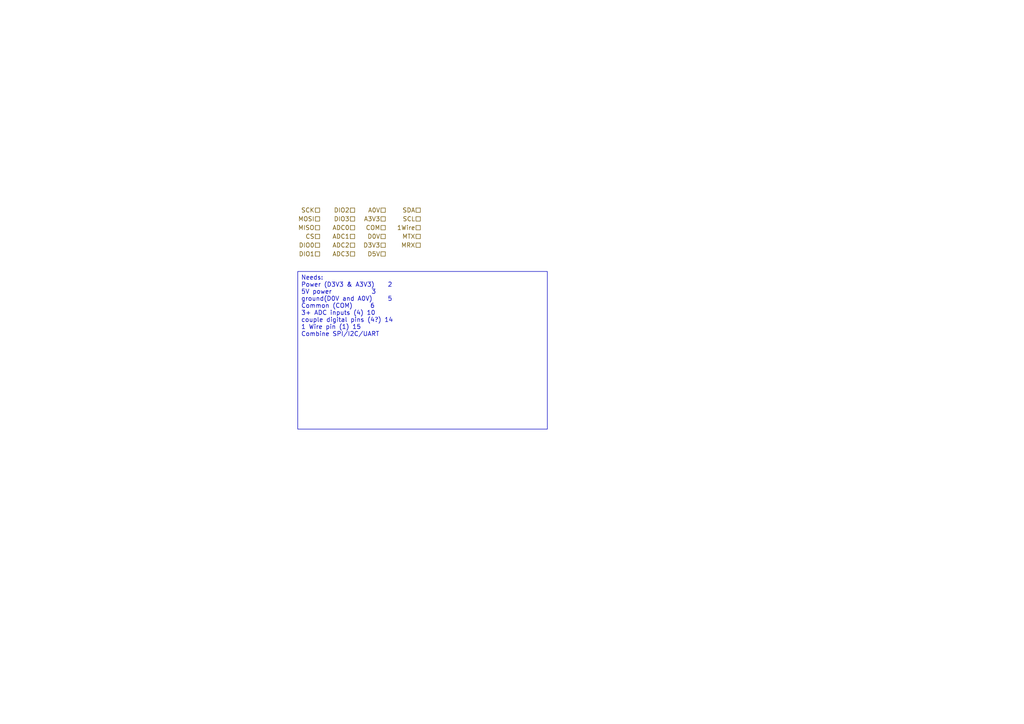
<source format=kicad_sch>
(kicad_sch (version 20230121) (generator eeschema)
  (paper "A4")
  (lib_symbols)
  (text_box "Needs:\nPower (D3V3 & A3V3)	2\n5V power            3\nground(D0V and A0V)	5\nCommon (COM)	6\n3+ ADC inputs (4) 10\ncouple digital pins (4?) 14\n1 Wire pin (1) 15\nCombine SPI/I2C/UART" (at 86.36 78.74 0) (size 72.39 45.72) (effects (font (size 1.27 1.27)) (justify left top)))
  (hierarchical_label "1Wire" (shape passive) (at 121.92 66.04 180))
  (hierarchical_label "D3V3" (shape passive) (at 111.76 71.12 180))
  (hierarchical_label "SCL" (shape passive) (at 121.92 63.5 180))
  (hierarchical_label "A0V" (shape passive) (at 111.76 60.96 180))
  (hierarchical_label "ADC2" (shape passive) (at 102.87 71.12 180))
  (hierarchical_label "ADC1" (shape passive) (at 102.87 68.58 180))
  (hierarchical_label "D0V" (shape passive) (at 111.76 68.58 180))
  (hierarchical_label "ADC0" (shape passive) (at 102.87 66.04 180))
  (hierarchical_label "MTX" (shape passive) (at 121.92 68.58 180))
  (hierarchical_label "MISO" (shape passive) (at 92.71 66.04 180))
  (hierarchical_label "COM" (shape passive) (at 111.76 66.04 180))
  (hierarchical_label "CS" (shape passive) (at 92.71 68.58 180))
  (hierarchical_label "MRX" (shape passive) (at 121.92 71.12 180))
  (hierarchical_label "SCK" (shape passive) (at 92.71 60.96 180))
  (hierarchical_label "DIO2" (shape passive) (at 102.87 60.96 180))
  (hierarchical_label "A3V3" (shape passive) (at 111.76 63.5 180))
  (hierarchical_label "DIO3" (shape passive) (at 102.87 63.5 180))
  (hierarchical_label "SDA" (shape passive) (at 121.92 60.96 180))
  (hierarchical_label "MOSI" (shape passive) (at 92.71 63.5 180))
  (hierarchical_label "ADC3" (shape passive) (at 102.87 73.66 180))
  (hierarchical_label "DIO0" (shape passive) (at 92.71 71.12 180))
  (hierarchical_label "DIO1" (shape passive) (at 92.71 73.66 180))
  (hierarchical_label "D5V" (shape passive) (at 111.76 73.66 180))
)
</source>
